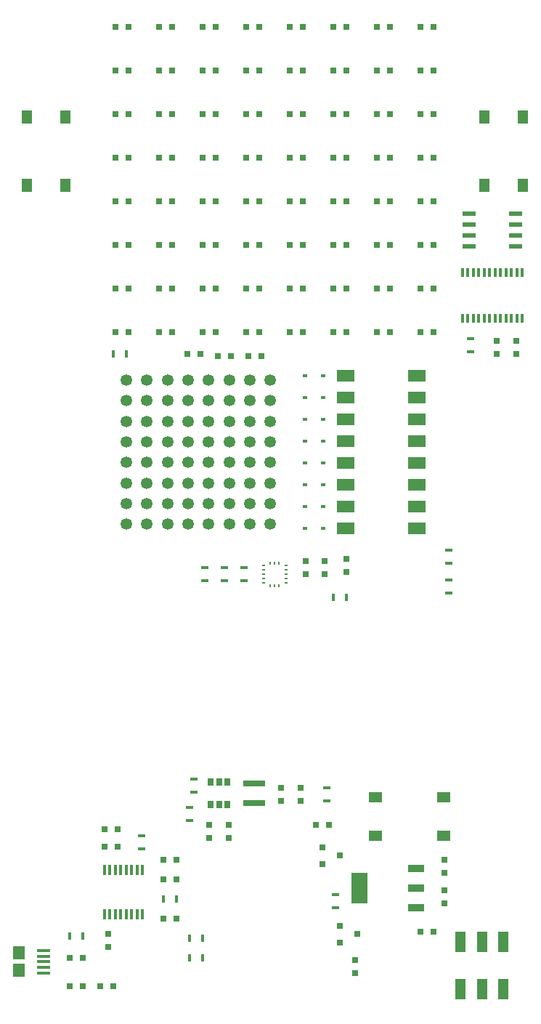
<source format=gtp>
G04 #@! TF.FileFunction,Paste,Top*
%FSLAX46Y46*%
G04 Gerber Fmt 4.6, Leading zero omitted, Abs format (unit mm)*
G04 Created by KiCad (PCBNEW 4.0.1-stable) date 2/16/2016 6:40:39 AM*
%MOMM*%
G01*
G04 APERTURE LIST*
%ADD10C,0.100000*%
%ADD11R,0.749200X0.699200*%
%ADD12R,0.699200X0.749200*%
%ADD13R,0.449200X0.849200*%
%ADD14R,0.749300X0.749300*%
%ADD15R,0.849200X0.449200*%
%ADD16R,0.349200X1.149200*%
%ADD17R,1.981200X3.606800*%
%ADD18R,1.981200X0.965200*%
%ADD19R,0.640080X0.949960*%
%ADD20R,1.499200X0.549200*%
%ADD21C,1.348740*%
%ADD22R,2.649200X0.749200*%
%ADD23R,1.649200X0.349200*%
%ADD24R,1.449200X1.499200*%
%ADD25R,1.149200X2.449200*%
%ADD26R,2.109200X1.469200*%
%ADD27R,0.297180X0.198120*%
%ADD28R,0.198120X0.297180*%
%ADD29R,0.539200X0.399200*%
%ADD30R,1.249200X1.499200*%
%ADD31R,1.499200X1.249200*%
%ADD32R,0.369200X1.069200*%
%ADD33R,0.746760X0.746760*%
G04 APERTURE END LIST*
D10*
D11*
X10426000Y-98298000D03*
X11926000Y-98298000D03*
D12*
X43180000Y-98310000D03*
X43180000Y-99810000D03*
X43180000Y-101866000D03*
X43180000Y-103366000D03*
D11*
X-496000Y-109728000D03*
X1004000Y-109728000D03*
D12*
X3937000Y-106946000D03*
X3937000Y-108446000D03*
D11*
X11926000Y-105156000D03*
X10426000Y-105156000D03*
D13*
X-496000Y-107188000D03*
X1004000Y-107188000D03*
D14*
X31003240Y-105984000D03*
X31003240Y-107884000D03*
X33002220Y-106934000D03*
D13*
X10426000Y-102870000D03*
X11926000Y-102870000D03*
D15*
X7874000Y-97016000D03*
X7874000Y-95516000D03*
D13*
X14974000Y-109728000D03*
X13474000Y-109728000D03*
X14974000Y-107442000D03*
X13474000Y-107442000D03*
D16*
X3522980Y-104626720D03*
X4157980Y-104626720D03*
X4792980Y-104626720D03*
X5427980Y-104626720D03*
X6062980Y-104626720D03*
X6697980Y-104626720D03*
X7332980Y-104626720D03*
X7967980Y-104626720D03*
X7967980Y-99426720D03*
X7332980Y-99426720D03*
X6697980Y-99426720D03*
X6062980Y-99426720D03*
X5427980Y-99426720D03*
X4792980Y-99426720D03*
X4157980Y-99426720D03*
X3522980Y-99426720D03*
D17*
X33274000Y-101600000D03*
D18*
X39878000Y-101600000D03*
X39878000Y-99314000D03*
X39878000Y-103886000D03*
D11*
X20332000Y-39624000D03*
X21832000Y-39624000D03*
D12*
X32766000Y-109994000D03*
X32766000Y-111494000D03*
X27000200Y-63512000D03*
X27000200Y-65012000D03*
X29210000Y-63512000D03*
X29210000Y-65012000D03*
D11*
X5068000Y-94742000D03*
X3568000Y-94742000D03*
X5068000Y-96774000D03*
X3568000Y-96774000D03*
D12*
X51562000Y-37858000D03*
X51562000Y-39358000D03*
X49276000Y-37858000D03*
X49276000Y-39358000D03*
D11*
X10426000Y-100584000D03*
X11926000Y-100584000D03*
D12*
X24130000Y-91428000D03*
X24130000Y-89928000D03*
X18034000Y-94246000D03*
X18034000Y-95746000D03*
X26416000Y-91428000D03*
X26416000Y-89928000D03*
X15748000Y-94246000D03*
X15748000Y-95746000D03*
D13*
X30238000Y-67691000D03*
X31738000Y-67691000D03*
D15*
X15240000Y-65774000D03*
X15240000Y-64274000D03*
X17526000Y-65774000D03*
X17526000Y-64274000D03*
X13970000Y-88912000D03*
X13970000Y-90412000D03*
X19812000Y-65774000D03*
X19812000Y-64274000D03*
X13462000Y-93714000D03*
X13462000Y-92214000D03*
D19*
X17840960Y-89250520D03*
X16891000Y-89250520D03*
X15941040Y-89250520D03*
X15941040Y-91851480D03*
X16891000Y-91851480D03*
X17840960Y-91851480D03*
D11*
X41898000Y-106680000D03*
X40398000Y-106680000D03*
X28206000Y-94234000D03*
X29706000Y-94234000D03*
X18276000Y-39624000D03*
X16776000Y-39624000D03*
X14720000Y-39370000D03*
X13220000Y-39370000D03*
D14*
X28971240Y-96840000D03*
X28971240Y-98740000D03*
X30970220Y-97790000D03*
D15*
X30480000Y-102374000D03*
X30480000Y-103874000D03*
X29464000Y-89928000D03*
X29464000Y-91428000D03*
X43688000Y-63742000D03*
X43688000Y-62242000D03*
X43688000Y-67171000D03*
X43688000Y-65671000D03*
X46228000Y-39104000D03*
X46228000Y-37604000D03*
D13*
X6084000Y-39370000D03*
X4584000Y-39370000D03*
D20*
X51468000Y-26797000D03*
X51468000Y-25527000D03*
X51468000Y-24257000D03*
X51468000Y-22987000D03*
X46068000Y-22987000D03*
X46068000Y-24257000D03*
X46068000Y-25527000D03*
X46068000Y-26797000D03*
D21*
X22877780Y-42400220D03*
X20477480Y-42400220D03*
X18077180Y-42400220D03*
X15676880Y-42400220D03*
X13276580Y-42400220D03*
X10878820Y-42400220D03*
X8478520Y-42400220D03*
X6078220Y-42400220D03*
X22877780Y-44800520D03*
X20477480Y-44800520D03*
X18077180Y-44800520D03*
X15676880Y-44800520D03*
X13276580Y-44800520D03*
X10878820Y-44800520D03*
X8478520Y-44800520D03*
X6078220Y-44800520D03*
X22877780Y-47200820D03*
X20477480Y-47200820D03*
X18077180Y-47200820D03*
X15676880Y-47200820D03*
X13276580Y-47200820D03*
X10878820Y-47200820D03*
X8478520Y-47200820D03*
X6078220Y-47200820D03*
X22877780Y-49601120D03*
X20477480Y-49601120D03*
X18077180Y-49601120D03*
X15676880Y-49601120D03*
X13276580Y-49601120D03*
X10878820Y-49601120D03*
X8478520Y-49601120D03*
X6078220Y-49601120D03*
X22877780Y-52001420D03*
X20477480Y-52001420D03*
X18077180Y-52001420D03*
X15676880Y-52001420D03*
X13276580Y-52001420D03*
X10878820Y-52001420D03*
X8478520Y-52001420D03*
X6078220Y-52001420D03*
X22877780Y-54399180D03*
X20477480Y-54399180D03*
X18077180Y-54399180D03*
X15676880Y-54399180D03*
X13276580Y-54399180D03*
X10878820Y-54399180D03*
X8478520Y-54399180D03*
X6078220Y-54399180D03*
X22877780Y-56799480D03*
X20477480Y-56799480D03*
X18077180Y-56799480D03*
X15676880Y-56799480D03*
X13276580Y-56799480D03*
X10878820Y-56799480D03*
X8478520Y-56799480D03*
X6078220Y-56799480D03*
X22877780Y-59199780D03*
X20477480Y-59199780D03*
X18077180Y-59199780D03*
X15676880Y-59199780D03*
X13276580Y-59199780D03*
X10878820Y-59199780D03*
X8478520Y-59199780D03*
X6078220Y-59199780D03*
D22*
X20955000Y-89401000D03*
X20955000Y-91701000D03*
D23*
X-3576200Y-111459800D03*
X-3576200Y-110809800D03*
X-3576200Y-109509800D03*
X-3576200Y-110159800D03*
X-3576200Y-108859800D03*
D24*
X-6426200Y-109134800D03*
X-6426200Y-111184800D03*
D25*
X50023400Y-113341600D03*
X50023400Y-107841600D03*
X47523400Y-113341600D03*
X47523400Y-107841600D03*
X45023400Y-113341600D03*
X45023400Y-107841600D03*
D26*
X39957200Y-41910000D03*
X31670800Y-41910000D03*
X39957200Y-44450000D03*
X31670800Y-44450000D03*
X39957200Y-46990000D03*
X31670800Y-46990000D03*
X39957200Y-49530000D03*
X31670800Y-49530000D03*
X39957200Y-52070000D03*
X31670800Y-52070000D03*
X39957200Y-54610000D03*
X31670800Y-54610000D03*
X39957200Y-57150000D03*
X31670800Y-57150000D03*
X39957200Y-59690000D03*
X31670800Y-59690000D03*
D27*
X22042120Y-64025780D03*
X22042120Y-64526160D03*
X22042120Y-65024000D03*
X22042120Y-65521840D03*
X22042120Y-66022220D03*
D28*
X22870160Y-66349880D03*
X23368000Y-66349880D03*
X23865840Y-66349880D03*
D27*
X24693880Y-66022220D03*
X24693880Y-65521840D03*
X24693880Y-65024000D03*
X24693880Y-64526160D03*
X24693880Y-64025780D03*
D28*
X23865840Y-63698120D03*
X23368000Y-63698120D03*
X22870160Y-63698120D03*
D29*
X28995000Y-59690000D03*
X26885000Y-59690000D03*
X28995000Y-57150000D03*
X26885000Y-57150000D03*
X28995000Y-54610000D03*
X26885000Y-54610000D03*
X28995000Y-52070000D03*
X26885000Y-52070000D03*
X28995000Y-49530000D03*
X26885000Y-49530000D03*
X28995000Y-46990000D03*
X26885000Y-46990000D03*
X28995000Y-44450000D03*
X26885000Y-44450000D03*
X28995000Y-41910000D03*
X26885000Y-41910000D03*
D30*
X52288000Y-19723000D03*
X47788000Y-19723000D03*
X47788000Y-11773000D03*
X52288000Y-11773000D03*
X-1052000Y-19723000D03*
X-5552000Y-19723000D03*
X-5552000Y-11773000D03*
X-1052000Y-11773000D03*
D31*
X35141000Y-95468000D03*
X35141000Y-90968000D03*
X43091000Y-90968000D03*
X43091000Y-95468000D03*
D32*
X52260500Y-35162000D03*
X52260500Y-29862000D03*
X51625500Y-35162000D03*
X51625500Y-29862000D03*
X50990500Y-35162000D03*
X50990500Y-29862000D03*
X50355500Y-35162000D03*
X50355500Y-29862000D03*
X49720500Y-35162000D03*
X49720500Y-29862000D03*
X49085500Y-35162000D03*
X49085500Y-29862000D03*
X48450500Y-35162000D03*
X48450500Y-29862000D03*
X47815500Y-35162000D03*
X47815500Y-29862000D03*
X47180500Y-35162000D03*
X47180500Y-29862000D03*
X46545500Y-35162000D03*
X46545500Y-29862000D03*
X45910500Y-35162000D03*
X45910500Y-29862000D03*
X45275500Y-35162000D03*
X45275500Y-29862000D03*
D33*
X40398700Y-36830000D03*
X41897300Y-36830000D03*
X40398700Y-31750000D03*
X41897300Y-31750000D03*
X3060700Y-113030000D03*
X4559300Y-113030000D03*
X-495300Y-113030000D03*
X1003300Y-113030000D03*
X40398700Y-26670000D03*
X41897300Y-26670000D03*
X40398700Y-21590000D03*
X41897300Y-21590000D03*
X40398700Y-16510000D03*
X41897300Y-16510000D03*
X40398700Y-11430000D03*
X41897300Y-11430000D03*
X40398700Y-6350000D03*
X41897300Y-6350000D03*
X40398700Y-1270000D03*
X41897300Y-1270000D03*
X35318700Y-36830000D03*
X36817300Y-36830000D03*
X35318700Y-31750000D03*
X36817300Y-31750000D03*
X35318700Y-26670000D03*
X36817300Y-26670000D03*
X35318700Y-21590000D03*
X36817300Y-21590000D03*
X35318700Y-16510000D03*
X36817300Y-16510000D03*
X35318700Y-11430000D03*
X36817300Y-11430000D03*
X35318700Y-6350000D03*
X36817300Y-6350000D03*
X35318700Y-1270000D03*
X36817300Y-1270000D03*
X30238700Y-36830000D03*
X31737300Y-36830000D03*
X30238700Y-31750000D03*
X31737300Y-31750000D03*
X30238700Y-26670000D03*
X31737300Y-26670000D03*
X30238700Y-21590000D03*
X31737300Y-21590000D03*
X30238700Y-16510000D03*
X31737300Y-16510000D03*
X30238700Y-11430000D03*
X31737300Y-11430000D03*
X30238700Y-6350000D03*
X31737300Y-6350000D03*
X30238700Y-1270000D03*
X31737300Y-1270000D03*
X25158700Y-36830000D03*
X26657300Y-36830000D03*
X25158700Y-31750000D03*
X26657300Y-31750000D03*
X25158700Y-26670000D03*
X26657300Y-26670000D03*
X25158700Y-21590000D03*
X26657300Y-21590000D03*
X25158700Y-16510000D03*
X26657300Y-16510000D03*
X25158700Y-11430000D03*
X26657300Y-11430000D03*
X25158700Y-6350000D03*
X26657300Y-6350000D03*
X25158700Y-1270000D03*
X26657300Y-1270000D03*
X20078700Y-36830000D03*
X21577300Y-36830000D03*
X20078700Y-31750000D03*
X21577300Y-31750000D03*
X20078700Y-26670000D03*
X21577300Y-26670000D03*
X20078700Y-21590000D03*
X21577300Y-21590000D03*
X20078700Y-16510000D03*
X21577300Y-16510000D03*
X20078700Y-11430000D03*
X21577300Y-11430000D03*
X20078700Y-6350000D03*
X21577300Y-6350000D03*
X20078700Y-1270000D03*
X21577300Y-1270000D03*
X14998700Y-36830000D03*
X16497300Y-36830000D03*
X14998700Y-31750000D03*
X16497300Y-31750000D03*
X14998700Y-26670000D03*
X16497300Y-26670000D03*
X14998700Y-21590000D03*
X16497300Y-21590000D03*
X14998700Y-16510000D03*
X16497300Y-16510000D03*
X14998700Y-11430000D03*
X16497300Y-11430000D03*
X14998700Y-6350000D03*
X16497300Y-6350000D03*
X14998700Y-1270000D03*
X16497300Y-1270000D03*
X9918700Y-36830000D03*
X11417300Y-36830000D03*
X9918700Y-31750000D03*
X11417300Y-31750000D03*
X9918700Y-26670000D03*
X11417300Y-26670000D03*
X9918700Y-21590000D03*
X11417300Y-21590000D03*
X9918700Y-16510000D03*
X11417300Y-16510000D03*
X9918700Y-11430000D03*
X11417300Y-11430000D03*
X9918700Y-6350000D03*
X11417300Y-6350000D03*
X9918700Y-1270000D03*
X11417300Y-1270000D03*
X4838700Y-36830000D03*
X6337300Y-36830000D03*
X4838700Y-31750000D03*
X6337300Y-31750000D03*
X4838700Y-26670000D03*
X6337300Y-26670000D03*
X4838700Y-21590000D03*
X6337300Y-21590000D03*
X4838700Y-16510000D03*
X6337300Y-16510000D03*
X4838700Y-11430000D03*
X6337300Y-11430000D03*
X4838700Y-6350000D03*
X6337300Y-6350000D03*
X4838700Y-1270000D03*
X6337300Y-1270000D03*
X31750000Y-63258700D03*
X31750000Y-64757300D03*
M02*

</source>
